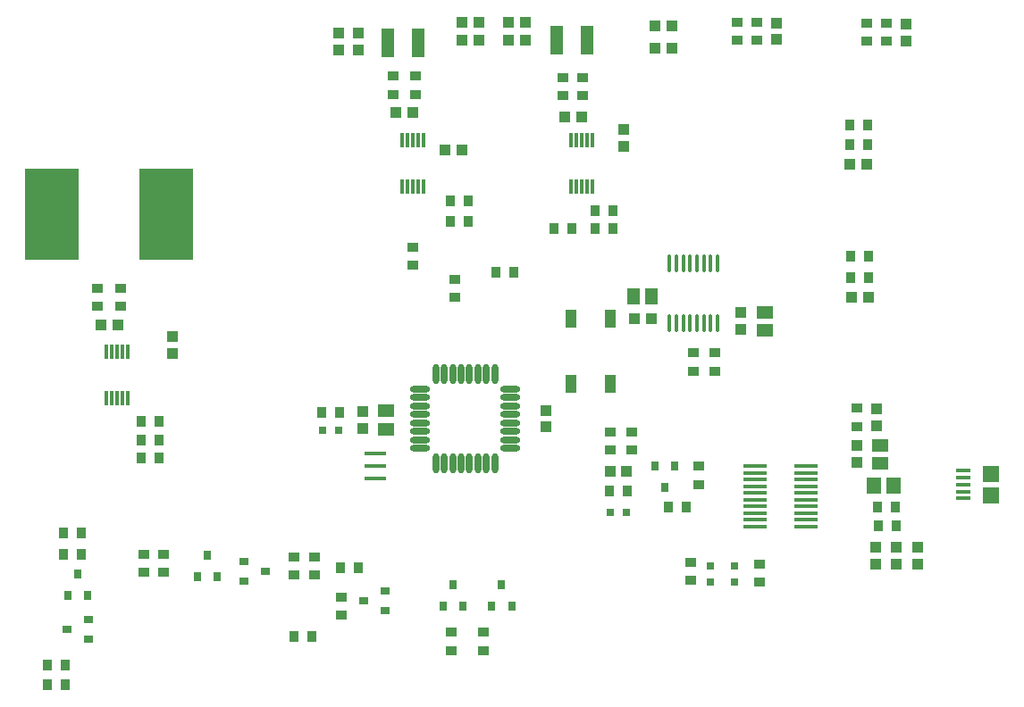
<source format=gtp>
%FSLAX24Y24*%
%MOIN*%
G70*
G01*
G75*
G04 Layer_Color=8421504*
%ADD10R,0.0551X0.0591*%
%ADD11R,0.0354X0.0394*%
%ADD12R,0.0394X0.0354*%
%ADD13R,0.0315X0.0354*%
%ADD14R,0.0354X0.0315*%
%ADD15R,0.0591X0.0512*%
%ADD16R,0.0512X0.0591*%
%ADD17R,0.0610X0.0591*%
%ADD18R,0.0532X0.0157*%
%ADD19R,0.0433X0.0709*%
%ADD20O,0.0138X0.0669*%
%ADD21O,0.0886X0.0157*%
%ADD22O,0.0236X0.0768*%
%ADD23O,0.0768X0.0236*%
%ADD24R,0.0827X0.0157*%
%ADD25R,0.0394X0.0394*%
%ADD26R,0.0394X0.0394*%
%ADD27R,0.0512X0.1063*%
%ADD28R,0.0315X0.0315*%
%ADD29R,0.0315X0.0315*%
%ADD30R,0.0118X0.0571*%
%ADD31R,0.2047X0.3445*%
%ADD32C,0.0100*%
%ADD33C,0.0200*%
%ADD34C,0.0198*%
%ADD35C,0.3500*%
%ADD36C,0.0500*%
%ADD37C,0.0787*%
%ADD38C,0.1575*%
%ADD39C,0.0610*%
%ADD40C,0.0492*%
%ADD41C,0.0750*%
%ADD42C,0.0394*%
%ADD43C,0.2200*%
%ADD44C,0.0300*%
%ADD45C,0.0100*%
%ADD46C,0.0098*%
%ADD47C,0.0236*%
%ADD48C,0.0157*%
%ADD49C,0.0079*%
%ADD50C,0.0080*%
D10*
X40266Y10876D02*
D03*
X39557D02*
D03*
D11*
X28287Y20472D02*
D03*
X27618D02*
D03*
X12215Y11909D02*
D03*
X12884D02*
D03*
X25453Y18848D02*
D03*
X26122D02*
D03*
X18947Y13632D02*
D03*
X19617D02*
D03*
X29676Y10679D02*
D03*
X30345D02*
D03*
X32559Y10089D02*
D03*
X31890D02*
D03*
X40344Y10089D02*
D03*
X39675D02*
D03*
X40384Y9400D02*
D03*
X39715D02*
D03*
X29813Y20472D02*
D03*
X29144D02*
D03*
X12884Y12598D02*
D03*
X12215D02*
D03*
X29813Y21161D02*
D03*
X29144D02*
D03*
X12884Y13287D02*
D03*
X12215D02*
D03*
X24400Y20768D02*
D03*
X23730D02*
D03*
X24400Y21506D02*
D03*
X23730D02*
D03*
X17923Y5266D02*
D03*
X18593D02*
D03*
X20315Y7825D02*
D03*
X19646D02*
D03*
X9390Y3445D02*
D03*
X8720D02*
D03*
X8720Y4183D02*
D03*
X9390D02*
D03*
X9311Y9104D02*
D03*
X9981D02*
D03*
X9981Y8317D02*
D03*
X9311D02*
D03*
X38642Y24360D02*
D03*
X39311D02*
D03*
X38682Y19439D02*
D03*
X39351D02*
D03*
X39311Y23622D02*
D03*
X38642D02*
D03*
X39351Y18652D02*
D03*
X38682D02*
D03*
D12*
X22343Y19774D02*
D03*
Y19104D02*
D03*
X27953Y25453D02*
D03*
Y26122D02*
D03*
X10581Y17579D02*
D03*
Y18248D02*
D03*
X22441Y25502D02*
D03*
Y26171D02*
D03*
X23917Y18593D02*
D03*
Y17923D02*
D03*
X33022Y10935D02*
D03*
Y11604D02*
D03*
X29715Y12884D02*
D03*
Y12215D02*
D03*
X38918Y13100D02*
D03*
Y13770D02*
D03*
X30512Y12884D02*
D03*
Y12215D02*
D03*
X35276Y7963D02*
D03*
Y7293D02*
D03*
X32717Y8012D02*
D03*
Y7343D02*
D03*
X11457Y17579D02*
D03*
Y18248D02*
D03*
X28691Y25453D02*
D03*
Y26122D02*
D03*
X21595Y25502D02*
D03*
Y26171D02*
D03*
X19685Y6732D02*
D03*
Y6063D02*
D03*
X18691Y7539D02*
D03*
Y8209D02*
D03*
X17904Y8209D02*
D03*
Y7539D02*
D03*
X12303Y7638D02*
D03*
Y8307D02*
D03*
X13041Y8307D02*
D03*
Y7638D02*
D03*
X24991Y5404D02*
D03*
Y4734D02*
D03*
X23770Y4734D02*
D03*
Y5404D02*
D03*
X34439Y27520D02*
D03*
Y28189D02*
D03*
X39262Y27470D02*
D03*
Y28140D02*
D03*
X35178Y28189D02*
D03*
Y27520D02*
D03*
X40000Y28140D02*
D03*
Y27470D02*
D03*
X32815Y15837D02*
D03*
Y15167D02*
D03*
X33603Y15837D02*
D03*
Y15167D02*
D03*
D13*
X24213Y6398D02*
D03*
X23839Y7185D02*
D03*
X23465Y6398D02*
D03*
X26033D02*
D03*
X25659Y7185D02*
D03*
X25285Y6398D02*
D03*
X10217Y6791D02*
D03*
X9843Y7579D02*
D03*
X9469Y6791D02*
D03*
X15059Y7490D02*
D03*
X14685Y8278D02*
D03*
X14311Y7490D02*
D03*
X31368Y11614D02*
D03*
X31742Y10827D02*
D03*
X32116Y11614D02*
D03*
D14*
X10236Y5886D02*
D03*
X9449Y5512D02*
D03*
X10236Y5138D02*
D03*
X16043Y7303D02*
D03*
X16831Y7677D02*
D03*
X16043Y8051D02*
D03*
X21309Y6969D02*
D03*
X20522Y6594D02*
D03*
X21309Y6220D02*
D03*
D15*
X35482Y16693D02*
D03*
Y17362D02*
D03*
X39764Y11722D02*
D03*
Y12392D02*
D03*
X21349Y13002D02*
D03*
Y13671D02*
D03*
D16*
X31240Y17963D02*
D03*
X30571D02*
D03*
D17*
X43927Y11319D02*
D03*
Y10532D02*
D03*
D18*
X42864Y11437D02*
D03*
Y11181D02*
D03*
Y10925D02*
D03*
Y10669D02*
D03*
Y10413D02*
D03*
D19*
X28248Y14675D02*
D03*
Y17116D02*
D03*
X29705D02*
D03*
Y14675D02*
D03*
D20*
X33711Y19183D02*
D03*
X33455D02*
D03*
X33199D02*
D03*
X32943D02*
D03*
X32687D02*
D03*
X32432D02*
D03*
X32176D02*
D03*
X31920D02*
D03*
X33711Y16939D02*
D03*
X33455D02*
D03*
X33199D02*
D03*
X32943D02*
D03*
X32687D02*
D03*
X32432D02*
D03*
X32176D02*
D03*
X31920D02*
D03*
D21*
X35128Y11607D02*
D03*
Y11357D02*
D03*
Y11107D02*
D03*
Y10857D02*
D03*
Y10607D02*
D03*
Y10357D02*
D03*
Y10107D02*
D03*
Y9857D02*
D03*
Y9607D02*
D03*
Y9357D02*
D03*
X36998Y11607D02*
D03*
Y11357D02*
D03*
Y11107D02*
D03*
Y10857D02*
D03*
Y10607D02*
D03*
Y10357D02*
D03*
Y10107D02*
D03*
Y9857D02*
D03*
Y9607D02*
D03*
Y9357D02*
D03*
D22*
X23199Y15059D02*
D03*
X23514D02*
D03*
X23829D02*
D03*
X24144D02*
D03*
X24459D02*
D03*
X24774D02*
D03*
X25089D02*
D03*
X25404D02*
D03*
Y11713D02*
D03*
X25089D02*
D03*
X24774D02*
D03*
X24459D02*
D03*
X24144D02*
D03*
X23829D02*
D03*
X23514D02*
D03*
X23199D02*
D03*
D23*
X25975Y14488D02*
D03*
Y14173D02*
D03*
Y13858D02*
D03*
Y13543D02*
D03*
Y13228D02*
D03*
Y12913D02*
D03*
Y12598D02*
D03*
Y12283D02*
D03*
X22628D02*
D03*
Y12598D02*
D03*
Y12913D02*
D03*
Y13228D02*
D03*
Y13543D02*
D03*
Y13858D02*
D03*
Y14173D02*
D03*
Y14488D02*
D03*
D24*
X20955Y12087D02*
D03*
Y11614D02*
D03*
Y11142D02*
D03*
D25*
X31998Y27215D02*
D03*
X31369D02*
D03*
X30325Y11417D02*
D03*
X29695D02*
D03*
X10699Y16880D02*
D03*
X11329D02*
D03*
X28022Y24656D02*
D03*
X28652D02*
D03*
X31998Y28051D02*
D03*
X31369D02*
D03*
X24183Y23425D02*
D03*
X23553D02*
D03*
X21723Y24803D02*
D03*
X22353D02*
D03*
X30620Y17126D02*
D03*
X31250D02*
D03*
X39291Y22884D02*
D03*
X38661D02*
D03*
X39331Y17913D02*
D03*
X38701D02*
D03*
X24813Y28199D02*
D03*
X24183D02*
D03*
X24813Y27510D02*
D03*
X24183D02*
D03*
X25926Y28199D02*
D03*
X26556D02*
D03*
X25926Y27510D02*
D03*
X26556D02*
D03*
D26*
X20472Y13022D02*
D03*
Y13652D02*
D03*
X27304Y13071D02*
D03*
Y13701D02*
D03*
X13376Y16457D02*
D03*
Y15827D02*
D03*
X30217Y24183D02*
D03*
Y23553D02*
D03*
X35916Y28169D02*
D03*
Y27539D02*
D03*
X40739Y28120D02*
D03*
Y27490D02*
D03*
X34587Y17343D02*
D03*
Y16713D02*
D03*
X39656Y13120D02*
D03*
Y13750D02*
D03*
X40394Y7953D02*
D03*
Y8583D02*
D03*
X41182Y7953D02*
D03*
Y8583D02*
D03*
X39607Y7953D02*
D03*
Y8583D02*
D03*
X38918Y11742D02*
D03*
Y12372D02*
D03*
X19577Y27776D02*
D03*
Y27146D02*
D03*
X20315Y27776D02*
D03*
Y27146D02*
D03*
D27*
X22559Y27411D02*
D03*
X21418D02*
D03*
X28859Y27510D02*
D03*
X27717D02*
D03*
D28*
X18987Y12943D02*
D03*
X19577D02*
D03*
X29715Y9892D02*
D03*
X30306D02*
D03*
D29*
X34341Y7283D02*
D03*
Y7874D02*
D03*
X33455Y7283D02*
D03*
Y7874D02*
D03*
D30*
X11713Y15896D02*
D03*
X11516D02*
D03*
X11319D02*
D03*
X11122D02*
D03*
X10925D02*
D03*
X11713Y14163D02*
D03*
X11516D02*
D03*
X11319D02*
D03*
X11122D02*
D03*
X10925D02*
D03*
X29035Y23770D02*
D03*
X28839D02*
D03*
X28642D02*
D03*
X28445D02*
D03*
X28248D02*
D03*
X29035Y22037D02*
D03*
X28839D02*
D03*
X28642D02*
D03*
X28445D02*
D03*
X28248D02*
D03*
X22736Y23780D02*
D03*
X22539D02*
D03*
X22343D02*
D03*
X22146D02*
D03*
X21949D02*
D03*
X22736Y22047D02*
D03*
X22539D02*
D03*
X22343D02*
D03*
X22146D02*
D03*
X21949D02*
D03*
D31*
X8878Y21014D02*
D03*
X13130D02*
D03*
M02*

</source>
